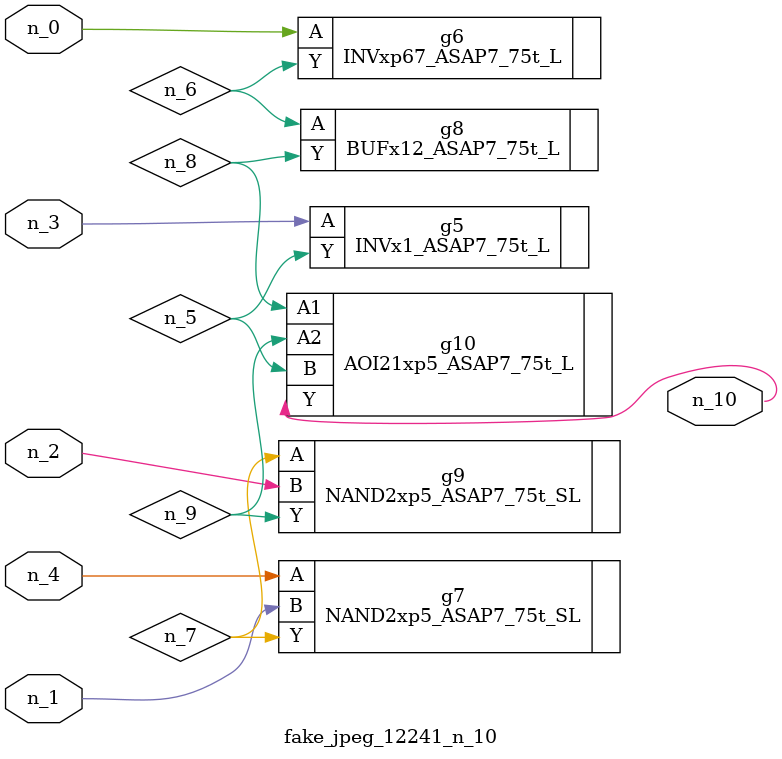
<source format=v>
module fake_jpeg_12241_n_10 (n_3, n_2, n_1, n_0, n_4, n_10);

input n_3;
input n_2;
input n_1;
input n_0;
input n_4;

output n_10;

wire n_8;
wire n_9;
wire n_6;
wire n_5;
wire n_7;

INVx1_ASAP7_75t_L g5 ( 
.A(n_3),
.Y(n_5)
);

INVxp67_ASAP7_75t_L g6 ( 
.A(n_0),
.Y(n_6)
);

NAND2xp5_ASAP7_75t_SL g7 ( 
.A(n_4),
.B(n_1),
.Y(n_7)
);

BUFx12_ASAP7_75t_L g8 ( 
.A(n_6),
.Y(n_8)
);

AOI21xp5_ASAP7_75t_L g10 ( 
.A1(n_8),
.A2(n_9),
.B(n_5),
.Y(n_10)
);

NAND2xp5_ASAP7_75t_SL g9 ( 
.A(n_7),
.B(n_2),
.Y(n_9)
);


endmodule
</source>
